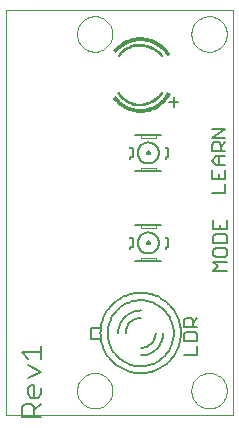
<source format=gto>
G75*
%MOIN*%
%OFA0B0*%
%FSLAX24Y24*%
%IPPOS*%
%LPD*%
%AMOC8*
5,1,8,0,0,1.08239X$1,22.5*
%
%ADD10C,0.0000*%
%ADD11C,0.0060*%
%ADD12C,0.0006*%
%ADD13C,0.0010*%
%ADD14C,0.0050*%
%ADD15C,0.0020*%
D10*
X000147Y000177D02*
X000147Y013680D01*
X007730Y013680D01*
X007730Y000177D01*
X000147Y000177D01*
X002523Y001002D02*
X002525Y001050D01*
X002531Y001098D01*
X002541Y001145D01*
X002554Y001191D01*
X002572Y001236D01*
X002592Y001280D01*
X002617Y001322D01*
X002645Y001361D01*
X002675Y001398D01*
X002709Y001432D01*
X002746Y001464D01*
X002784Y001493D01*
X002825Y001518D01*
X002868Y001540D01*
X002913Y001558D01*
X002959Y001572D01*
X003006Y001583D01*
X003054Y001590D01*
X003102Y001593D01*
X003150Y001592D01*
X003198Y001587D01*
X003246Y001578D01*
X003292Y001566D01*
X003337Y001549D01*
X003381Y001529D01*
X003423Y001506D01*
X003463Y001479D01*
X003501Y001449D01*
X003536Y001416D01*
X003568Y001380D01*
X003598Y001342D01*
X003624Y001301D01*
X003646Y001258D01*
X003666Y001214D01*
X003681Y001169D01*
X003693Y001122D01*
X003701Y001074D01*
X003705Y001026D01*
X003705Y000978D01*
X003701Y000930D01*
X003693Y000882D01*
X003681Y000835D01*
X003666Y000790D01*
X003646Y000746D01*
X003624Y000703D01*
X003598Y000662D01*
X003568Y000624D01*
X003536Y000588D01*
X003501Y000555D01*
X003463Y000525D01*
X003423Y000498D01*
X003381Y000475D01*
X003337Y000455D01*
X003292Y000438D01*
X003246Y000426D01*
X003198Y000417D01*
X003150Y000412D01*
X003102Y000411D01*
X003054Y000414D01*
X003006Y000421D01*
X002959Y000432D01*
X002913Y000446D01*
X002868Y000464D01*
X002825Y000486D01*
X002784Y000511D01*
X002746Y000540D01*
X002709Y000572D01*
X002675Y000606D01*
X002645Y000643D01*
X002617Y000682D01*
X002592Y000724D01*
X002572Y000768D01*
X002554Y000813D01*
X002541Y000859D01*
X002531Y000906D01*
X002525Y000954D01*
X002523Y001002D01*
X006335Y001002D02*
X006337Y001050D01*
X006343Y001098D01*
X006353Y001145D01*
X006366Y001191D01*
X006384Y001236D01*
X006404Y001280D01*
X006429Y001322D01*
X006457Y001361D01*
X006487Y001398D01*
X006521Y001432D01*
X006558Y001464D01*
X006596Y001493D01*
X006637Y001518D01*
X006680Y001540D01*
X006725Y001558D01*
X006771Y001572D01*
X006818Y001583D01*
X006866Y001590D01*
X006914Y001593D01*
X006962Y001592D01*
X007010Y001587D01*
X007058Y001578D01*
X007104Y001566D01*
X007149Y001549D01*
X007193Y001529D01*
X007235Y001506D01*
X007275Y001479D01*
X007313Y001449D01*
X007348Y001416D01*
X007380Y001380D01*
X007410Y001342D01*
X007436Y001301D01*
X007458Y001258D01*
X007478Y001214D01*
X007493Y001169D01*
X007505Y001122D01*
X007513Y001074D01*
X007517Y001026D01*
X007517Y000978D01*
X007513Y000930D01*
X007505Y000882D01*
X007493Y000835D01*
X007478Y000790D01*
X007458Y000746D01*
X007436Y000703D01*
X007410Y000662D01*
X007380Y000624D01*
X007348Y000588D01*
X007313Y000555D01*
X007275Y000525D01*
X007235Y000498D01*
X007193Y000475D01*
X007149Y000455D01*
X007104Y000438D01*
X007058Y000426D01*
X007010Y000417D01*
X006962Y000412D01*
X006914Y000411D01*
X006866Y000414D01*
X006818Y000421D01*
X006771Y000432D01*
X006725Y000446D01*
X006680Y000464D01*
X006637Y000486D01*
X006596Y000511D01*
X006558Y000540D01*
X006521Y000572D01*
X006487Y000606D01*
X006457Y000643D01*
X006429Y000682D01*
X006404Y000724D01*
X006384Y000768D01*
X006366Y000813D01*
X006353Y000859D01*
X006343Y000906D01*
X006337Y000954D01*
X006335Y001002D01*
X006335Y012893D02*
X006337Y012941D01*
X006343Y012989D01*
X006353Y013036D01*
X006366Y013082D01*
X006384Y013127D01*
X006404Y013171D01*
X006429Y013213D01*
X006457Y013252D01*
X006487Y013289D01*
X006521Y013323D01*
X006558Y013355D01*
X006596Y013384D01*
X006637Y013409D01*
X006680Y013431D01*
X006725Y013449D01*
X006771Y013463D01*
X006818Y013474D01*
X006866Y013481D01*
X006914Y013484D01*
X006962Y013483D01*
X007010Y013478D01*
X007058Y013469D01*
X007104Y013457D01*
X007149Y013440D01*
X007193Y013420D01*
X007235Y013397D01*
X007275Y013370D01*
X007313Y013340D01*
X007348Y013307D01*
X007380Y013271D01*
X007410Y013233D01*
X007436Y013192D01*
X007458Y013149D01*
X007478Y013105D01*
X007493Y013060D01*
X007505Y013013D01*
X007513Y012965D01*
X007517Y012917D01*
X007517Y012869D01*
X007513Y012821D01*
X007505Y012773D01*
X007493Y012726D01*
X007478Y012681D01*
X007458Y012637D01*
X007436Y012594D01*
X007410Y012553D01*
X007380Y012515D01*
X007348Y012479D01*
X007313Y012446D01*
X007275Y012416D01*
X007235Y012389D01*
X007193Y012366D01*
X007149Y012346D01*
X007104Y012329D01*
X007058Y012317D01*
X007010Y012308D01*
X006962Y012303D01*
X006914Y012302D01*
X006866Y012305D01*
X006818Y012312D01*
X006771Y012323D01*
X006725Y012337D01*
X006680Y012355D01*
X006637Y012377D01*
X006596Y012402D01*
X006558Y012431D01*
X006521Y012463D01*
X006487Y012497D01*
X006457Y012534D01*
X006429Y012573D01*
X006404Y012615D01*
X006384Y012659D01*
X006366Y012704D01*
X006353Y012750D01*
X006343Y012797D01*
X006337Y012845D01*
X006335Y012893D01*
X002523Y012893D02*
X002525Y012941D01*
X002531Y012989D01*
X002541Y013036D01*
X002554Y013082D01*
X002572Y013127D01*
X002592Y013171D01*
X002617Y013213D01*
X002645Y013252D01*
X002675Y013289D01*
X002709Y013323D01*
X002746Y013355D01*
X002784Y013384D01*
X002825Y013409D01*
X002868Y013431D01*
X002913Y013449D01*
X002959Y013463D01*
X003006Y013474D01*
X003054Y013481D01*
X003102Y013484D01*
X003150Y013483D01*
X003198Y013478D01*
X003246Y013469D01*
X003292Y013457D01*
X003337Y013440D01*
X003381Y013420D01*
X003423Y013397D01*
X003463Y013370D01*
X003501Y013340D01*
X003536Y013307D01*
X003568Y013271D01*
X003598Y013233D01*
X003624Y013192D01*
X003646Y013149D01*
X003666Y013105D01*
X003681Y013060D01*
X003693Y013013D01*
X003701Y012965D01*
X003705Y012917D01*
X003705Y012869D01*
X003701Y012821D01*
X003693Y012773D01*
X003681Y012726D01*
X003666Y012681D01*
X003646Y012637D01*
X003624Y012594D01*
X003598Y012553D01*
X003568Y012515D01*
X003536Y012479D01*
X003501Y012446D01*
X003463Y012416D01*
X003423Y012389D01*
X003381Y012366D01*
X003337Y012346D01*
X003292Y012329D01*
X003246Y012317D01*
X003198Y012308D01*
X003150Y012303D01*
X003102Y012302D01*
X003054Y012305D01*
X003006Y012312D01*
X002959Y012323D01*
X002913Y012337D01*
X002868Y012355D01*
X002825Y012377D01*
X002784Y012402D01*
X002746Y012431D01*
X002709Y012463D01*
X002675Y012497D01*
X002645Y012534D01*
X002617Y012573D01*
X002592Y012615D01*
X002572Y012659D01*
X002554Y012704D01*
X002541Y012750D01*
X002531Y012797D01*
X002525Y012845D01*
X002523Y012893D01*
D11*
X004472Y009527D02*
X004672Y009527D01*
X005147Y009527D01*
X005322Y009527D01*
X005497Y009127D02*
X005497Y009077D01*
X005547Y009077D01*
X005547Y008777D01*
X005497Y008777D01*
X005497Y008727D01*
X005322Y008327D02*
X005147Y008327D01*
X004647Y008327D01*
X004472Y008327D01*
X004297Y008727D02*
X004297Y008777D01*
X004382Y008777D01*
X004382Y009077D01*
X004297Y009077D01*
X004297Y009127D01*
X004847Y008927D02*
X004849Y008940D01*
X004854Y008953D01*
X004863Y008964D01*
X004874Y008971D01*
X004887Y008976D01*
X004900Y008977D01*
X004914Y008974D01*
X004926Y008968D01*
X004936Y008959D01*
X004943Y008947D01*
X004947Y008934D01*
X004947Y008920D01*
X004943Y008907D01*
X004936Y008895D01*
X004926Y008886D01*
X004914Y008880D01*
X004900Y008877D01*
X004887Y008878D01*
X004874Y008883D01*
X004863Y008890D01*
X004854Y008901D01*
X004849Y008914D01*
X004847Y008927D01*
X004547Y008927D02*
X004549Y008964D01*
X004555Y009001D01*
X004565Y009037D01*
X004578Y009072D01*
X004595Y009105D01*
X004616Y009136D01*
X004640Y009164D01*
X004667Y009190D01*
X004696Y009213D01*
X004727Y009233D01*
X004761Y009249D01*
X004796Y009262D01*
X004832Y009271D01*
X004869Y009276D01*
X004906Y009277D01*
X004943Y009274D01*
X004980Y009267D01*
X005016Y009256D01*
X005050Y009242D01*
X005083Y009224D01*
X005113Y009202D01*
X005141Y009178D01*
X005166Y009150D01*
X005189Y009120D01*
X005208Y009088D01*
X005223Y009054D01*
X005235Y009019D01*
X005243Y008983D01*
X005247Y008946D01*
X005247Y008908D01*
X005243Y008871D01*
X005235Y008835D01*
X005223Y008800D01*
X005208Y008766D01*
X005189Y008734D01*
X005166Y008704D01*
X005141Y008676D01*
X005113Y008652D01*
X005083Y008630D01*
X005050Y008612D01*
X005016Y008598D01*
X004980Y008587D01*
X004943Y008580D01*
X004906Y008577D01*
X004869Y008578D01*
X004832Y008583D01*
X004796Y008592D01*
X004761Y008605D01*
X004727Y008621D01*
X004696Y008641D01*
X004667Y008664D01*
X004640Y008690D01*
X004616Y008718D01*
X004595Y008749D01*
X004578Y008782D01*
X004565Y008817D01*
X004555Y008853D01*
X004549Y008890D01*
X004547Y008927D01*
X004472Y006527D02*
X004672Y006527D01*
X005147Y006527D01*
X005322Y006527D01*
X005497Y006127D02*
X005497Y006077D01*
X005547Y006077D01*
X005547Y005777D01*
X005497Y005777D01*
X005497Y005727D01*
X005322Y005327D02*
X005147Y005327D01*
X004647Y005327D01*
X004472Y005327D01*
X004297Y005727D02*
X004297Y005777D01*
X004382Y005777D01*
X004382Y006077D01*
X004297Y006077D01*
X004297Y006127D01*
X004847Y005927D02*
X004849Y005940D01*
X004854Y005953D01*
X004863Y005964D01*
X004874Y005971D01*
X004887Y005976D01*
X004900Y005977D01*
X004914Y005974D01*
X004926Y005968D01*
X004936Y005959D01*
X004943Y005947D01*
X004947Y005934D01*
X004947Y005920D01*
X004943Y005907D01*
X004936Y005895D01*
X004926Y005886D01*
X004914Y005880D01*
X004900Y005877D01*
X004887Y005878D01*
X004874Y005883D01*
X004863Y005890D01*
X004854Y005901D01*
X004849Y005914D01*
X004847Y005927D01*
X004547Y005927D02*
X004549Y005964D01*
X004555Y006001D01*
X004565Y006037D01*
X004578Y006072D01*
X004595Y006105D01*
X004616Y006136D01*
X004640Y006164D01*
X004667Y006190D01*
X004696Y006213D01*
X004727Y006233D01*
X004761Y006249D01*
X004796Y006262D01*
X004832Y006271D01*
X004869Y006276D01*
X004906Y006277D01*
X004943Y006274D01*
X004980Y006267D01*
X005016Y006256D01*
X005050Y006242D01*
X005083Y006224D01*
X005113Y006202D01*
X005141Y006178D01*
X005166Y006150D01*
X005189Y006120D01*
X005208Y006088D01*
X005223Y006054D01*
X005235Y006019D01*
X005243Y005983D01*
X005247Y005946D01*
X005247Y005908D01*
X005243Y005871D01*
X005235Y005835D01*
X005223Y005800D01*
X005208Y005766D01*
X005189Y005734D01*
X005166Y005704D01*
X005141Y005676D01*
X005113Y005652D01*
X005083Y005630D01*
X005050Y005612D01*
X005016Y005598D01*
X004980Y005587D01*
X004943Y005580D01*
X004906Y005577D01*
X004869Y005578D01*
X004832Y005583D01*
X004796Y005592D01*
X004761Y005605D01*
X004727Y005621D01*
X004696Y005641D01*
X004667Y005664D01*
X004640Y005690D01*
X004616Y005718D01*
X004595Y005749D01*
X004578Y005782D01*
X004565Y005817D01*
X004555Y005853D01*
X004549Y005890D01*
X004547Y005927D01*
X003317Y003107D02*
X002997Y003107D01*
X002997Y002737D01*
X003327Y002737D01*
X003547Y002917D02*
X003549Y002983D01*
X003555Y003048D01*
X003565Y003113D01*
X003578Y003178D01*
X003596Y003241D01*
X003617Y003304D01*
X003642Y003364D01*
X003671Y003424D01*
X003703Y003481D01*
X003738Y003537D01*
X003777Y003590D01*
X003819Y003641D01*
X003863Y003689D01*
X003911Y003734D01*
X003961Y003777D01*
X004014Y003816D01*
X004069Y003853D01*
X004126Y003886D01*
X004185Y003915D01*
X004245Y003941D01*
X004307Y003963D01*
X004370Y003982D01*
X004434Y003996D01*
X004499Y004007D01*
X004565Y004014D01*
X004631Y004017D01*
X004696Y004016D01*
X004762Y004011D01*
X004827Y004002D01*
X004892Y003989D01*
X004955Y003973D01*
X005018Y003953D01*
X005079Y003928D01*
X005139Y003901D01*
X005197Y003870D01*
X005253Y003835D01*
X005307Y003797D01*
X005358Y003756D01*
X005407Y003712D01*
X005453Y003665D01*
X005497Y003616D01*
X005537Y003564D01*
X005574Y003509D01*
X005608Y003453D01*
X005638Y003394D01*
X005665Y003334D01*
X005688Y003273D01*
X005707Y003210D01*
X005723Y003146D01*
X005735Y003081D01*
X005743Y003016D01*
X005747Y002950D01*
X005747Y002884D01*
X005743Y002818D01*
X005735Y002753D01*
X005723Y002688D01*
X005707Y002624D01*
X005688Y002561D01*
X005665Y002500D01*
X005638Y002440D01*
X005608Y002381D01*
X005574Y002325D01*
X005537Y002270D01*
X005497Y002218D01*
X005453Y002169D01*
X005407Y002122D01*
X005358Y002078D01*
X005307Y002037D01*
X005253Y001999D01*
X005197Y001964D01*
X005139Y001933D01*
X005079Y001906D01*
X005018Y001881D01*
X004955Y001861D01*
X004892Y001845D01*
X004827Y001832D01*
X004762Y001823D01*
X004696Y001818D01*
X004631Y001817D01*
X004565Y001820D01*
X004499Y001827D01*
X004434Y001838D01*
X004370Y001852D01*
X004307Y001871D01*
X004245Y001893D01*
X004185Y001919D01*
X004126Y001948D01*
X004069Y001981D01*
X004014Y002018D01*
X003961Y002057D01*
X003911Y002100D01*
X003863Y002145D01*
X003819Y002193D01*
X003777Y002244D01*
X003738Y002297D01*
X003703Y002353D01*
X003671Y002410D01*
X003642Y002470D01*
X003617Y002530D01*
X003596Y002593D01*
X003578Y002656D01*
X003565Y002721D01*
X003555Y002786D01*
X003549Y002851D01*
X003547Y002917D01*
X003307Y002927D02*
X003309Y003000D01*
X003315Y003072D01*
X003325Y003144D01*
X003338Y003215D01*
X003356Y003285D01*
X003377Y003355D01*
X003402Y003423D01*
X003431Y003490D01*
X003463Y003555D01*
X003499Y003618D01*
X003538Y003679D01*
X003580Y003738D01*
X003626Y003794D01*
X003674Y003849D01*
X003725Y003900D01*
X003780Y003948D01*
X003836Y003994D01*
X003895Y004036D01*
X003956Y004075D01*
X004019Y004111D01*
X004084Y004143D01*
X004151Y004172D01*
X004219Y004197D01*
X004289Y004218D01*
X004359Y004236D01*
X004430Y004249D01*
X004502Y004259D01*
X004574Y004265D01*
X004647Y004267D01*
X004720Y004265D01*
X004792Y004259D01*
X004864Y004249D01*
X004935Y004236D01*
X005005Y004218D01*
X005075Y004197D01*
X005143Y004172D01*
X005210Y004143D01*
X005275Y004111D01*
X005338Y004075D01*
X005399Y004036D01*
X005458Y003994D01*
X005514Y003948D01*
X005569Y003900D01*
X005620Y003849D01*
X005668Y003794D01*
X005714Y003738D01*
X005756Y003679D01*
X005795Y003618D01*
X005831Y003555D01*
X005863Y003490D01*
X005892Y003423D01*
X005917Y003355D01*
X005938Y003285D01*
X005956Y003215D01*
X005969Y003144D01*
X005979Y003072D01*
X005985Y003000D01*
X005987Y002927D01*
X005985Y002854D01*
X005979Y002782D01*
X005969Y002710D01*
X005956Y002639D01*
X005938Y002569D01*
X005917Y002499D01*
X005892Y002431D01*
X005863Y002364D01*
X005831Y002299D01*
X005795Y002236D01*
X005756Y002175D01*
X005714Y002116D01*
X005668Y002060D01*
X005620Y002005D01*
X005569Y001954D01*
X005514Y001906D01*
X005458Y001860D01*
X005399Y001818D01*
X005338Y001779D01*
X005275Y001743D01*
X005210Y001711D01*
X005143Y001682D01*
X005075Y001657D01*
X005005Y001636D01*
X004935Y001618D01*
X004864Y001605D01*
X004792Y001595D01*
X004720Y001589D01*
X004647Y001587D01*
X004574Y001589D01*
X004502Y001595D01*
X004430Y001605D01*
X004359Y001618D01*
X004289Y001636D01*
X004219Y001657D01*
X004151Y001682D01*
X004084Y001711D01*
X004019Y001743D01*
X003956Y001779D01*
X003895Y001818D01*
X003836Y001860D01*
X003780Y001906D01*
X003725Y001954D01*
X003674Y002005D01*
X003626Y002060D01*
X003580Y002116D01*
X003538Y002175D01*
X003499Y002236D01*
X003463Y002299D01*
X003431Y002364D01*
X003402Y002431D01*
X003377Y002499D01*
X003356Y002569D01*
X003338Y002639D01*
X003325Y002710D01*
X003315Y002782D01*
X003309Y002854D01*
X003307Y002927D01*
X004647Y002177D02*
X004701Y002179D01*
X004754Y002185D01*
X004806Y002194D01*
X004858Y002207D01*
X004909Y002224D01*
X004959Y002245D01*
X005006Y002269D01*
X005052Y002296D01*
X005096Y002327D01*
X005138Y002360D01*
X005177Y002397D01*
X005214Y002436D01*
X005247Y002478D01*
X005278Y002522D01*
X005305Y002568D01*
X005329Y002615D01*
X005350Y002665D01*
X005367Y002716D01*
X005380Y002768D01*
X005389Y002820D01*
X005395Y002873D01*
X005397Y002927D01*
X005147Y002927D02*
X005145Y002883D01*
X005139Y002840D01*
X005130Y002798D01*
X005117Y002756D01*
X005100Y002716D01*
X005080Y002677D01*
X005057Y002640D01*
X005030Y002606D01*
X005001Y002573D01*
X004968Y002544D01*
X004934Y002517D01*
X004897Y002494D01*
X004858Y002474D01*
X004818Y002457D01*
X004776Y002444D01*
X004734Y002435D01*
X004691Y002429D01*
X004647Y002427D01*
X004147Y002927D02*
X004149Y002971D01*
X004155Y003014D01*
X004164Y003056D01*
X004177Y003098D01*
X004194Y003138D01*
X004214Y003177D01*
X004237Y003214D01*
X004264Y003248D01*
X004293Y003281D01*
X004326Y003310D01*
X004360Y003337D01*
X004397Y003360D01*
X004436Y003380D01*
X004476Y003397D01*
X004518Y003410D01*
X004560Y003419D01*
X004603Y003425D01*
X004647Y003427D01*
X004647Y003677D02*
X004593Y003675D01*
X004540Y003669D01*
X004488Y003660D01*
X004436Y003647D01*
X004385Y003630D01*
X004335Y003609D01*
X004288Y003585D01*
X004242Y003558D01*
X004198Y003527D01*
X004156Y003494D01*
X004117Y003457D01*
X004080Y003418D01*
X004047Y003376D01*
X004016Y003332D01*
X003989Y003286D01*
X003965Y003239D01*
X003944Y003189D01*
X003927Y003138D01*
X003914Y003086D01*
X003905Y003034D01*
X003899Y002981D01*
X003897Y002927D01*
X001317Y002490D02*
X001317Y002063D01*
X001317Y002276D02*
X000677Y002276D01*
X000890Y002063D01*
X000890Y001845D02*
X001317Y001632D01*
X000890Y001418D01*
X000997Y001201D02*
X001104Y001201D01*
X001104Y000774D01*
X001210Y000774D02*
X000997Y000774D01*
X000890Y000880D01*
X000890Y001094D01*
X000997Y001201D01*
X001317Y000880D02*
X001210Y000774D01*
X001317Y000880D02*
X001317Y001094D01*
X001317Y000556D02*
X001104Y000343D01*
X001104Y000449D02*
X001104Y000129D01*
X001317Y000129D02*
X000677Y000129D01*
X000677Y000449D01*
X000783Y000556D01*
X000997Y000556D01*
X001104Y000449D01*
D12*
X003862Y010938D02*
X003908Y010966D01*
X003908Y010965D02*
X003939Y010918D01*
X003973Y010873D01*
X004010Y010831D01*
X004050Y010791D01*
X004092Y010753D01*
X004137Y010719D01*
X004184Y010688D01*
X004233Y010660D01*
X004284Y010636D01*
X004337Y010614D01*
X004390Y010597D01*
X004445Y010583D01*
X004501Y010573D01*
X004557Y010567D01*
X004553Y010513D01*
X004497Y010519D01*
X004442Y010529D01*
X004387Y010542D01*
X004333Y010558D01*
X004281Y010578D01*
X004230Y010601D01*
X004180Y010628D01*
X004132Y010657D01*
X004087Y010689D01*
X004043Y010724D01*
X004001Y010762D01*
X003962Y010803D01*
X003926Y010845D01*
X003892Y010890D01*
X003862Y010937D01*
X003866Y010940D01*
X003896Y010893D01*
X003930Y010848D01*
X003966Y010806D01*
X004005Y010766D01*
X004046Y010728D01*
X004090Y010693D01*
X004135Y010661D01*
X004183Y010632D01*
X004232Y010606D01*
X004283Y010583D01*
X004335Y010563D01*
X004388Y010547D01*
X004443Y010534D01*
X004498Y010524D01*
X004553Y010518D01*
X004553Y010523D01*
X004498Y010529D01*
X004444Y010538D01*
X004390Y010551D01*
X004337Y010568D01*
X004285Y010587D01*
X004234Y010610D01*
X004185Y010636D01*
X004138Y010665D01*
X004093Y010697D01*
X004049Y010732D01*
X004008Y010769D01*
X003970Y010809D01*
X003934Y010852D01*
X003901Y010896D01*
X003870Y010942D01*
X003874Y010945D01*
X003905Y010899D01*
X003938Y010855D01*
X003973Y010813D01*
X004012Y010773D01*
X004053Y010736D01*
X004096Y010701D01*
X004141Y010670D01*
X004188Y010641D01*
X004236Y010615D01*
X004287Y010592D01*
X004338Y010573D01*
X004391Y010556D01*
X004445Y010543D01*
X004499Y010534D01*
X004554Y010528D01*
X004554Y010533D01*
X004496Y010539D01*
X004438Y010550D01*
X004381Y010564D01*
X004325Y010582D01*
X004271Y010604D01*
X004218Y010630D01*
X004167Y010659D01*
X004118Y010691D01*
X004071Y010727D01*
X004027Y010766D01*
X003985Y010807D01*
X003947Y010852D01*
X003911Y010899D01*
X003879Y010948D01*
X003883Y010950D01*
X003915Y010901D01*
X003950Y010855D01*
X003989Y010811D01*
X004030Y010769D01*
X004074Y010731D01*
X004120Y010696D01*
X004169Y010663D01*
X004220Y010634D01*
X004273Y010609D01*
X004327Y010587D01*
X004382Y010569D01*
X004439Y010555D01*
X004496Y010544D01*
X004555Y010538D01*
X004555Y010543D01*
X004497Y010549D01*
X004440Y010560D01*
X004384Y010574D01*
X004328Y010592D01*
X004275Y010614D01*
X004222Y010639D01*
X004172Y010668D01*
X004123Y010700D01*
X004077Y010735D01*
X004033Y010773D01*
X003992Y010814D01*
X003954Y010858D01*
X003919Y010904D01*
X003887Y010953D01*
X003892Y010955D01*
X003923Y010907D01*
X003958Y010861D01*
X003996Y010818D01*
X004037Y010777D01*
X004080Y010739D01*
X004126Y010704D01*
X004174Y010672D01*
X004225Y010643D01*
X004277Y010618D01*
X004330Y010597D01*
X004385Y010579D01*
X004441Y010565D01*
X004498Y010554D01*
X004555Y010548D01*
X004556Y010553D01*
X004499Y010559D01*
X004442Y010569D01*
X004386Y010583D01*
X004332Y010601D01*
X004279Y010623D01*
X004227Y010648D01*
X004177Y010676D01*
X004129Y010708D01*
X004084Y010743D01*
X004040Y010780D01*
X004000Y010821D01*
X003962Y010864D01*
X003927Y010910D01*
X003896Y010958D01*
X003900Y010961D01*
X003931Y010913D01*
X003966Y010867D01*
X004003Y010824D01*
X004044Y010784D01*
X004087Y010746D01*
X004132Y010712D01*
X004180Y010680D01*
X004229Y010652D01*
X004281Y010627D01*
X004334Y010606D01*
X004388Y010588D01*
X004443Y010574D01*
X004499Y010564D01*
X004556Y010558D01*
X004556Y010563D01*
X004500Y010569D01*
X004444Y010579D01*
X004389Y010593D01*
X004335Y010611D01*
X004283Y010632D01*
X004232Y010657D01*
X004182Y010685D01*
X004135Y010716D01*
X004090Y010750D01*
X004047Y010788D01*
X004007Y010828D01*
X003970Y010871D01*
X003936Y010916D01*
X003904Y010963D01*
X004561Y010514D02*
X004560Y010568D01*
X004561Y010567D02*
X004620Y010569D01*
X004679Y010575D01*
X004738Y010585D01*
X004796Y010598D01*
X004853Y010615D01*
X004909Y010635D01*
X004963Y010659D01*
X005016Y010686D01*
X005068Y010716D01*
X005117Y010749D01*
X005164Y010785D01*
X005209Y010824D01*
X005251Y010866D01*
X005291Y010910D01*
X005328Y010956D01*
X005371Y010925D01*
X005371Y010924D01*
X005332Y010875D01*
X005290Y010829D01*
X005246Y010785D01*
X005198Y010743D01*
X005149Y010705D01*
X005096Y010670D01*
X005042Y010638D01*
X004986Y010610D01*
X004929Y010585D01*
X004870Y010564D01*
X004809Y010546D01*
X004748Y010532D01*
X004686Y010522D01*
X004624Y010516D01*
X004561Y010513D01*
X004561Y010518D01*
X004624Y010521D01*
X004686Y010527D01*
X004747Y010537D01*
X004808Y010551D01*
X004868Y010568D01*
X004927Y010590D01*
X004984Y010614D01*
X005040Y010643D01*
X005094Y010674D01*
X005146Y010709D01*
X005195Y010747D01*
X005242Y010788D01*
X005287Y010832D01*
X005329Y010878D01*
X005367Y010927D01*
X005363Y010930D01*
X005325Y010882D01*
X005283Y010835D01*
X005239Y010792D01*
X005192Y010751D01*
X005143Y010713D01*
X005091Y010679D01*
X005038Y010647D01*
X004982Y010619D01*
X004925Y010594D01*
X004867Y010573D01*
X004807Y010556D01*
X004746Y010542D01*
X004685Y010532D01*
X004623Y010526D01*
X004561Y010523D01*
X004561Y010528D01*
X004623Y010530D01*
X004684Y010537D01*
X004745Y010547D01*
X004806Y010560D01*
X004865Y010578D01*
X004923Y010599D01*
X004980Y010623D01*
X005035Y010651D01*
X005088Y010683D01*
X005140Y010717D01*
X005189Y010755D01*
X005236Y010796D01*
X005280Y010839D01*
X005321Y010885D01*
X005359Y010933D01*
X005355Y010936D01*
X005317Y010888D01*
X005276Y010842D01*
X005232Y010799D01*
X005186Y010759D01*
X005137Y010721D01*
X005086Y010687D01*
X005033Y010656D01*
X004978Y010628D01*
X004921Y010604D01*
X004864Y010583D01*
X004804Y010565D01*
X004744Y010552D01*
X004684Y010542D01*
X004623Y010535D01*
X004561Y010533D01*
X004561Y010538D01*
X004622Y010540D01*
X004683Y010547D01*
X004744Y010557D01*
X004803Y010570D01*
X004862Y010587D01*
X004920Y010608D01*
X004976Y010633D01*
X005030Y010660D01*
X005083Y010691D01*
X005134Y010725D01*
X005182Y010763D01*
X005229Y010803D01*
X005272Y010846D01*
X005313Y010891D01*
X005351Y010939D01*
X005347Y010942D01*
X005309Y010894D01*
X005269Y010849D01*
X005225Y010806D01*
X005179Y010767D01*
X005131Y010729D01*
X005080Y010695D01*
X005028Y010665D01*
X004974Y010637D01*
X004918Y010613D01*
X004860Y010592D01*
X004802Y010575D01*
X004743Y010561D01*
X004682Y010552D01*
X004622Y010545D01*
X004561Y010543D01*
X004561Y010548D01*
X004622Y010550D01*
X004682Y010557D01*
X004742Y010566D01*
X004801Y010580D01*
X004859Y010597D01*
X004916Y010618D01*
X004971Y010642D01*
X005026Y010669D01*
X005078Y010700D01*
X005128Y010734D01*
X005176Y010770D01*
X005222Y010810D01*
X005265Y010853D01*
X005306Y010898D01*
X005343Y010945D01*
X005339Y010948D01*
X005302Y010901D01*
X005262Y010856D01*
X005219Y010814D01*
X005173Y010774D01*
X005125Y010738D01*
X005075Y010704D01*
X005023Y010673D01*
X004969Y010646D01*
X004914Y010622D01*
X004857Y010602D01*
X004799Y010585D01*
X004741Y010571D01*
X004681Y010562D01*
X004621Y010555D01*
X004561Y010553D01*
X004561Y010558D01*
X004621Y010560D01*
X004681Y010566D01*
X004740Y010576D01*
X004798Y010590D01*
X004856Y010606D01*
X004912Y010627D01*
X004967Y010651D01*
X005021Y010678D01*
X005072Y010708D01*
X005122Y010742D01*
X005170Y010778D01*
X005215Y010817D01*
X005258Y010860D01*
X005298Y010904D01*
X005335Y010951D01*
X005331Y010954D01*
X005294Y010907D01*
X005254Y010863D01*
X005212Y010821D01*
X005167Y010782D01*
X005119Y010746D01*
X005070Y010712D01*
X005018Y010682D01*
X004965Y010655D01*
X004910Y010631D01*
X004854Y010611D01*
X004797Y010594D01*
X004739Y010581D01*
X004680Y010571D01*
X004620Y010565D01*
X004561Y010563D01*
X005363Y012190D02*
X005322Y012155D01*
X005322Y012156D02*
X005283Y012200D01*
X005241Y012241D01*
X005197Y012280D01*
X005151Y012316D01*
X005102Y012349D01*
X005052Y012380D01*
X005000Y012407D01*
X004946Y012431D01*
X004891Y012451D01*
X004835Y012469D01*
X004778Y012483D01*
X004720Y012493D01*
X004662Y012500D01*
X004603Y012504D01*
X004544Y012504D01*
X004543Y012557D01*
X004542Y012557D01*
X004604Y012558D01*
X004666Y012554D01*
X004728Y012547D01*
X004789Y012536D01*
X004849Y012521D01*
X004909Y012502D01*
X004967Y012481D01*
X005023Y012455D01*
X005078Y012427D01*
X005132Y012395D01*
X005183Y012360D01*
X005232Y012321D01*
X005278Y012280D01*
X005322Y012237D01*
X005364Y012190D01*
X005360Y012187D01*
X005319Y012233D01*
X005275Y012277D01*
X005229Y012318D01*
X005180Y012356D01*
X005129Y012390D01*
X005076Y012422D01*
X005021Y012451D01*
X004965Y012476D01*
X004907Y012498D01*
X004848Y012516D01*
X004788Y012531D01*
X004727Y012542D01*
X004666Y012549D01*
X004604Y012553D01*
X004542Y012552D01*
X004543Y012547D01*
X004604Y012548D01*
X004665Y012544D01*
X004726Y012537D01*
X004787Y012526D01*
X004847Y012511D01*
X004905Y012493D01*
X004963Y012471D01*
X005019Y012446D01*
X005073Y012418D01*
X005126Y012386D01*
X005177Y012352D01*
X005225Y012314D01*
X005272Y012273D01*
X005315Y012230D01*
X005356Y012184D01*
X005352Y012181D01*
X005311Y012226D01*
X005268Y012270D01*
X005222Y012310D01*
X005174Y012347D01*
X005123Y012382D01*
X005071Y012414D01*
X005017Y012442D01*
X004961Y012467D01*
X004904Y012488D01*
X004845Y012506D01*
X004786Y012521D01*
X004726Y012532D01*
X004665Y012539D01*
X004604Y012543D01*
X004543Y012542D01*
X004543Y012537D01*
X004604Y012538D01*
X004665Y012534D01*
X004725Y012527D01*
X004785Y012516D01*
X004844Y012502D01*
X004902Y012484D01*
X004959Y012462D01*
X005015Y012437D01*
X005069Y012409D01*
X005121Y012378D01*
X005171Y012343D01*
X005219Y012306D01*
X005265Y012266D01*
X005308Y012223D01*
X005348Y012178D01*
X005345Y012174D01*
X005304Y012220D01*
X005261Y012262D01*
X005216Y012302D01*
X005168Y012339D01*
X005118Y012374D01*
X005066Y012405D01*
X005012Y012433D01*
X004957Y012457D01*
X004901Y012479D01*
X004843Y012497D01*
X004784Y012511D01*
X004724Y012522D01*
X004664Y012529D01*
X004604Y012533D01*
X004543Y012532D01*
X004543Y012527D01*
X004604Y012528D01*
X004664Y012524D01*
X004724Y012517D01*
X004783Y012506D01*
X004841Y012492D01*
X004899Y012474D01*
X004955Y012453D01*
X005010Y012428D01*
X005064Y012400D01*
X005115Y012369D01*
X005165Y012335D01*
X005213Y012298D01*
X005258Y012259D01*
X005301Y012216D01*
X005341Y012171D01*
X005337Y012168D01*
X005297Y012213D01*
X005254Y012255D01*
X005209Y012295D01*
X005162Y012331D01*
X005113Y012365D01*
X005061Y012396D01*
X005008Y012424D01*
X004953Y012448D01*
X004897Y012469D01*
X004840Y012487D01*
X004782Y012501D01*
X004723Y012512D01*
X004663Y012519D01*
X004603Y012523D01*
X004544Y012523D01*
X004544Y012518D01*
X004603Y012518D01*
X004663Y012514D01*
X004722Y012507D01*
X004781Y012496D01*
X004839Y012482D01*
X004896Y012465D01*
X004951Y012444D01*
X005006Y012419D01*
X005059Y012392D01*
X005110Y012361D01*
X005159Y012327D01*
X005206Y012291D01*
X005251Y012251D01*
X005293Y012209D01*
X005333Y012165D01*
X005329Y012162D01*
X005290Y012206D01*
X005248Y012248D01*
X005203Y012287D01*
X005156Y012323D01*
X005107Y012357D01*
X005056Y012387D01*
X005004Y012415D01*
X004950Y012439D01*
X004894Y012460D01*
X004837Y012477D01*
X004780Y012491D01*
X004721Y012502D01*
X004662Y012509D01*
X004603Y012513D01*
X004544Y012513D01*
X004544Y012508D01*
X004603Y012508D01*
X004662Y012504D01*
X004721Y012497D01*
X004779Y012487D01*
X004836Y012473D01*
X004892Y012455D01*
X004948Y012434D01*
X005002Y012410D01*
X005054Y012383D01*
X005105Y012353D01*
X005153Y012319D01*
X005200Y012283D01*
X005244Y012244D01*
X005286Y012202D01*
X005325Y012158D01*
X004536Y012557D02*
X004539Y012503D01*
X004539Y012504D02*
X004483Y012498D01*
X004427Y012489D01*
X004373Y012476D01*
X004319Y012459D01*
X004266Y012439D01*
X004216Y012415D01*
X004166Y012387D01*
X004119Y012357D01*
X004074Y012323D01*
X004032Y012285D01*
X003992Y012246D01*
X003956Y012203D01*
X003922Y012158D01*
X003878Y012188D01*
X003877Y012189D01*
X003911Y012233D01*
X003947Y012276D01*
X003986Y012316D01*
X004027Y012353D01*
X004071Y012388D01*
X004117Y012420D01*
X004164Y012449D01*
X004214Y012474D01*
X004265Y012497D01*
X004317Y012516D01*
X004371Y012532D01*
X004425Y012544D01*
X004480Y012552D01*
X004536Y012557D01*
X004536Y012552D01*
X004481Y012547D01*
X004426Y012539D01*
X004372Y012527D01*
X004319Y012511D01*
X004267Y012492D01*
X004216Y012470D01*
X004167Y012444D01*
X004119Y012416D01*
X004074Y012384D01*
X004030Y012350D01*
X003989Y012312D01*
X003951Y012273D01*
X003915Y012230D01*
X003882Y012186D01*
X003886Y012183D01*
X003919Y012227D01*
X003954Y012269D01*
X003993Y012309D01*
X004034Y012346D01*
X004077Y012380D01*
X004122Y012412D01*
X004169Y012440D01*
X004218Y012465D01*
X004269Y012488D01*
X004320Y012506D01*
X004373Y012522D01*
X004427Y012534D01*
X004482Y012542D01*
X004536Y012548D01*
X004537Y012543D01*
X004482Y012538D01*
X004428Y012529D01*
X004375Y012517D01*
X004322Y012502D01*
X004270Y012483D01*
X004220Y012461D01*
X004172Y012436D01*
X004125Y012407D01*
X004080Y012376D01*
X004037Y012342D01*
X003996Y012305D01*
X003958Y012266D01*
X003923Y012224D01*
X003890Y012180D01*
X003894Y012177D01*
X003926Y012221D01*
X003962Y012262D01*
X004000Y012302D01*
X004040Y012338D01*
X004083Y012372D01*
X004127Y012403D01*
X004174Y012431D01*
X004222Y012456D01*
X004272Y012478D01*
X004324Y012497D01*
X004376Y012512D01*
X004429Y012524D01*
X004483Y012533D01*
X004537Y012538D01*
X004537Y012533D01*
X004483Y012528D01*
X004430Y012519D01*
X004377Y012507D01*
X004325Y012492D01*
X004274Y012474D01*
X004225Y012452D01*
X004177Y012427D01*
X004130Y012399D01*
X004086Y012368D01*
X004043Y012334D01*
X004003Y012298D01*
X003965Y012259D01*
X003930Y012218D01*
X003898Y012174D01*
X003902Y012172D01*
X003934Y012215D01*
X003969Y012256D01*
X004007Y012294D01*
X004047Y012331D01*
X004089Y012364D01*
X004133Y012395D01*
X004179Y012423D01*
X004227Y012447D01*
X004276Y012469D01*
X004327Y012487D01*
X004378Y012502D01*
X004431Y012514D01*
X004484Y012523D01*
X004538Y012528D01*
X004538Y012523D01*
X004485Y012518D01*
X004432Y012509D01*
X004380Y012498D01*
X004328Y012483D01*
X004278Y012464D01*
X004229Y012443D01*
X004181Y012418D01*
X004136Y012391D01*
X004092Y012360D01*
X004050Y012327D01*
X004010Y012291D01*
X003973Y012252D01*
X003938Y012212D01*
X003906Y012169D01*
X003910Y012166D01*
X003942Y012209D01*
X003977Y012249D01*
X004014Y012287D01*
X004053Y012323D01*
X004095Y012356D01*
X004138Y012386D01*
X004184Y012414D01*
X004231Y012438D01*
X004280Y012460D01*
X004330Y012478D01*
X004381Y012493D01*
X004433Y012504D01*
X004485Y012513D01*
X004538Y012518D01*
X004538Y012513D01*
X004482Y012507D01*
X004426Y012498D01*
X004370Y012485D01*
X004316Y012468D01*
X004263Y012447D01*
X004211Y012423D01*
X004162Y012395D01*
X004114Y012364D01*
X004069Y012329D01*
X004026Y012292D01*
X003986Y012252D01*
X003949Y012209D01*
X003914Y012163D01*
X003919Y012160D01*
X003952Y012205D01*
X003989Y012248D01*
X004029Y012288D01*
X004072Y012326D01*
X004117Y012360D01*
X004164Y012391D01*
X004214Y012418D01*
X004265Y012443D01*
X004318Y012463D01*
X004372Y012480D01*
X004427Y012493D01*
X004482Y012502D01*
X004539Y012508D01*
D13*
X005601Y012226D02*
X005524Y012180D01*
X005524Y012181D02*
X005489Y012235D01*
X005452Y012287D01*
X005411Y012336D01*
X005367Y012383D01*
X005320Y012427D01*
X005271Y012468D01*
X005219Y012506D01*
X005165Y012541D01*
X005109Y012572D01*
X005052Y012600D01*
X004992Y012624D01*
X004931Y012645D01*
X004870Y012662D01*
X004807Y012675D01*
X004743Y012684D01*
X004679Y012690D01*
X004615Y012691D01*
X004614Y012780D01*
X004614Y012781D01*
X004680Y012780D01*
X004745Y012775D01*
X004811Y012766D01*
X004875Y012753D01*
X004939Y012737D01*
X005002Y012717D01*
X005063Y012693D01*
X005123Y012666D01*
X005182Y012635D01*
X005238Y012602D01*
X005293Y012564D01*
X005345Y012524D01*
X005395Y012481D01*
X005442Y012435D01*
X005486Y012386D01*
X005528Y012335D01*
X005566Y012282D01*
X005602Y012226D01*
X005594Y012222D01*
X005559Y012277D01*
X005521Y012330D01*
X005479Y012381D01*
X005435Y012429D01*
X005388Y012474D01*
X005339Y012517D01*
X005287Y012557D01*
X005233Y012594D01*
X005177Y012628D01*
X005119Y012658D01*
X005060Y012685D01*
X004999Y012708D01*
X004937Y012728D01*
X004873Y012744D01*
X004809Y012757D01*
X004744Y012766D01*
X004679Y012771D01*
X004614Y012772D01*
X004614Y012763D01*
X004679Y012762D01*
X004744Y012757D01*
X004808Y012748D01*
X004871Y012736D01*
X004934Y012719D01*
X004996Y012700D01*
X005056Y012676D01*
X005115Y012650D01*
X005173Y012620D01*
X005228Y012586D01*
X005282Y012550D01*
X005333Y012510D01*
X005382Y012468D01*
X005429Y012423D01*
X005472Y012375D01*
X005513Y012324D01*
X005551Y012272D01*
X005586Y012217D01*
X005578Y012213D01*
X005544Y012267D01*
X005506Y012319D01*
X005466Y012369D01*
X005422Y012416D01*
X005376Y012461D01*
X005328Y012503D01*
X005277Y012543D01*
X005224Y012579D01*
X005168Y012612D01*
X005112Y012642D01*
X005053Y012668D01*
X004993Y012691D01*
X004932Y012711D01*
X004869Y012727D01*
X004806Y012739D01*
X004743Y012748D01*
X004679Y012753D01*
X004614Y012754D01*
X004614Y012745D01*
X004678Y012744D01*
X004742Y012739D01*
X004805Y012730D01*
X004867Y012718D01*
X004929Y012702D01*
X004990Y012683D01*
X005049Y012660D01*
X005108Y012634D01*
X005164Y012604D01*
X005219Y012571D01*
X005271Y012535D01*
X005322Y012496D01*
X005370Y012455D01*
X005416Y012410D01*
X005459Y012363D01*
X005499Y012314D01*
X005536Y012262D01*
X005571Y012208D01*
X005563Y012203D01*
X005529Y012257D01*
X005492Y012308D01*
X005452Y012357D01*
X005409Y012404D01*
X005364Y012448D01*
X005316Y012489D01*
X005266Y012528D01*
X005214Y012564D01*
X005160Y012596D01*
X005104Y012626D01*
X005046Y012652D01*
X004987Y012674D01*
X004927Y012693D01*
X004866Y012709D01*
X004803Y012721D01*
X004741Y012730D01*
X004678Y012735D01*
X004615Y012736D01*
X004615Y012727D01*
X004677Y012726D01*
X004740Y012721D01*
X004802Y012712D01*
X004864Y012700D01*
X004924Y012685D01*
X004984Y012666D01*
X005043Y012643D01*
X005100Y012617D01*
X005155Y012588D01*
X005209Y012556D01*
X005261Y012521D01*
X005311Y012482D01*
X005358Y012441D01*
X005403Y012398D01*
X005445Y012351D01*
X005485Y012303D01*
X005521Y012252D01*
X005555Y012199D01*
X005547Y012194D01*
X005514Y012247D01*
X005478Y012297D01*
X005438Y012345D01*
X005396Y012391D01*
X005352Y012435D01*
X005305Y012475D01*
X005256Y012513D01*
X005204Y012548D01*
X005151Y012580D01*
X005096Y012609D01*
X005039Y012635D01*
X004981Y012657D01*
X004922Y012676D01*
X004862Y012692D01*
X004801Y012704D01*
X004739Y012712D01*
X004677Y012717D01*
X004615Y012718D01*
X004615Y012709D01*
X004677Y012708D01*
X004738Y012703D01*
X004799Y012695D01*
X004860Y012683D01*
X004919Y012668D01*
X004978Y012649D01*
X005036Y012627D01*
X005092Y012601D01*
X005146Y012573D01*
X005199Y012541D01*
X005250Y012506D01*
X005299Y012469D01*
X005346Y012428D01*
X005390Y012385D01*
X005431Y012340D01*
X005470Y012292D01*
X005506Y012242D01*
X005540Y012190D01*
X005532Y012185D01*
X005499Y012237D01*
X005463Y012286D01*
X005425Y012334D01*
X005383Y012379D01*
X005340Y012422D01*
X005293Y012462D01*
X005245Y012499D01*
X005194Y012533D01*
X005142Y012565D01*
X005088Y012593D01*
X005032Y012618D01*
X004975Y012640D01*
X004917Y012659D01*
X004858Y012674D01*
X004798Y012686D01*
X004737Y012694D01*
X004676Y012699D01*
X004615Y012700D01*
X004604Y012780D02*
X004606Y012690D01*
X004606Y012691D02*
X004544Y012687D01*
X004483Y012680D01*
X004422Y012670D01*
X004362Y012656D01*
X004302Y012638D01*
X004244Y012618D01*
X004187Y012594D01*
X004132Y012566D01*
X004078Y012536D01*
X004026Y012503D01*
X003976Y012466D01*
X003928Y012427D01*
X003883Y012385D01*
X003840Y012341D01*
X003799Y012294D01*
X003730Y012350D01*
X003729Y012351D01*
X003773Y012402D01*
X003820Y012450D01*
X003869Y012495D01*
X003921Y012537D01*
X003975Y012577D01*
X004031Y012613D01*
X004090Y012646D01*
X004150Y012676D01*
X004212Y012702D01*
X004275Y012724D01*
X004339Y012743D01*
X004404Y012758D01*
X004470Y012769D01*
X004537Y012777D01*
X004604Y012781D01*
X004604Y012772D01*
X004538Y012768D01*
X004472Y012760D01*
X004406Y012749D01*
X004341Y012734D01*
X004278Y012716D01*
X004215Y012693D01*
X004154Y012667D01*
X004094Y012638D01*
X004036Y012605D01*
X003980Y012569D01*
X003926Y012530D01*
X003875Y012488D01*
X003826Y012443D01*
X003780Y012396D01*
X003736Y012345D01*
X003743Y012340D01*
X003786Y012389D01*
X003832Y012437D01*
X003881Y012481D01*
X003932Y012523D01*
X003985Y012562D01*
X004041Y012598D01*
X004098Y012630D01*
X004157Y012659D01*
X004218Y012685D01*
X004280Y012707D01*
X004344Y012725D01*
X004408Y012740D01*
X004473Y012752D01*
X004538Y012759D01*
X004604Y012763D01*
X004604Y012754D01*
X004539Y012750D01*
X004474Y012743D01*
X004410Y012732D01*
X004346Y012717D01*
X004283Y012698D01*
X004221Y012676D01*
X004161Y012651D01*
X004102Y012622D01*
X004045Y012590D01*
X003990Y012555D01*
X003937Y012516D01*
X003887Y012475D01*
X003838Y012430D01*
X003793Y012383D01*
X003750Y012334D01*
X003757Y012328D01*
X003800Y012377D01*
X003845Y012424D01*
X003893Y012468D01*
X003943Y012509D01*
X003995Y012547D01*
X004050Y012582D01*
X004107Y012614D01*
X004165Y012643D01*
X004225Y012668D01*
X004286Y012690D01*
X004348Y012708D01*
X004411Y012723D01*
X004475Y012734D01*
X004540Y012741D01*
X004605Y012745D01*
X004605Y012736D01*
X004541Y012732D01*
X004477Y012725D01*
X004413Y012714D01*
X004350Y012699D01*
X004289Y012681D01*
X004228Y012660D01*
X004169Y012635D01*
X004111Y012606D01*
X004055Y012575D01*
X004000Y012540D01*
X003948Y012502D01*
X003899Y012461D01*
X003851Y012418D01*
X003806Y012371D01*
X003764Y012323D01*
X003771Y012317D01*
X003813Y012365D01*
X003857Y012411D01*
X003904Y012454D01*
X003954Y012495D01*
X004006Y012532D01*
X004059Y012567D01*
X004115Y012598D01*
X004172Y012626D01*
X004231Y012651D01*
X004291Y012673D01*
X004353Y012691D01*
X004415Y012705D01*
X004478Y012716D01*
X004541Y012723D01*
X004605Y012727D01*
X004605Y012718D01*
X004542Y012714D01*
X004479Y012707D01*
X004417Y012696D01*
X004355Y012682D01*
X004294Y012664D01*
X004234Y012643D01*
X004176Y012618D01*
X004119Y012590D01*
X004064Y012559D01*
X004011Y012525D01*
X003959Y012488D01*
X003910Y012448D01*
X003864Y012405D01*
X003820Y012359D01*
X003778Y012311D01*
X003785Y012306D01*
X003826Y012353D01*
X003870Y012398D01*
X003916Y012441D01*
X003965Y012481D01*
X004016Y012517D01*
X004069Y012551D01*
X004123Y012582D01*
X004180Y012610D01*
X004238Y012634D01*
X004297Y012656D01*
X004357Y012673D01*
X004418Y012687D01*
X004480Y012698D01*
X004543Y012705D01*
X004605Y012709D01*
X004606Y012700D01*
X004543Y012696D01*
X004482Y012689D01*
X004420Y012679D01*
X004359Y012665D01*
X004300Y012647D01*
X004241Y012626D01*
X004183Y012602D01*
X004128Y012574D01*
X004073Y012544D01*
X004021Y012510D01*
X003970Y012473D01*
X003922Y012434D01*
X003876Y012392D01*
X003833Y012347D01*
X003792Y012300D01*
X004586Y010295D02*
X004586Y010385D01*
X004586Y010384D02*
X004650Y010386D01*
X004714Y010391D01*
X004778Y010400D01*
X004840Y010413D01*
X004902Y010430D01*
X004963Y010451D01*
X005023Y010475D01*
X005081Y010502D01*
X005137Y010533D01*
X005192Y010567D01*
X005244Y010605D01*
X005294Y010645D01*
X005341Y010688D01*
X005386Y010734D01*
X005428Y010783D01*
X005467Y010834D01*
X005503Y010887D01*
X005535Y010943D01*
X005614Y010900D01*
X005581Y010843D01*
X005544Y010788D01*
X005505Y010735D01*
X005462Y010685D01*
X005417Y010637D01*
X005369Y010591D01*
X005319Y010549D01*
X005266Y010509D01*
X005211Y010473D01*
X005154Y010439D01*
X005096Y010409D01*
X005035Y010382D01*
X004974Y010359D01*
X004911Y010339D01*
X004847Y010323D01*
X004782Y010310D01*
X004717Y010301D01*
X004651Y010296D01*
X004585Y010294D01*
X004585Y010303D01*
X004651Y010305D01*
X004716Y010310D01*
X004781Y010319D01*
X004845Y010331D01*
X004908Y010348D01*
X004971Y010367D01*
X005032Y010390D01*
X005092Y010417D01*
X005150Y010447D01*
X005206Y010480D01*
X005261Y010517D01*
X005313Y010556D01*
X005363Y010598D01*
X005411Y010643D01*
X005456Y010691D01*
X005498Y010741D01*
X005537Y010793D01*
X005573Y010848D01*
X005606Y010904D01*
X005599Y010908D01*
X005566Y010852D01*
X005530Y010798D01*
X005491Y010746D01*
X005449Y010697D01*
X005404Y010650D01*
X005357Y010605D01*
X005307Y010563D01*
X005256Y010524D01*
X005202Y010488D01*
X005146Y010455D01*
X005088Y010425D01*
X005029Y010399D01*
X004968Y010376D01*
X004906Y010356D01*
X004843Y010340D01*
X004779Y010328D01*
X004715Y010319D01*
X004650Y010314D01*
X004585Y010312D01*
X004585Y010321D01*
X004650Y010323D01*
X004714Y010328D01*
X004778Y010337D01*
X004841Y010349D01*
X004903Y010365D01*
X004965Y010384D01*
X005025Y010407D01*
X005084Y010433D01*
X005141Y010463D01*
X005197Y010496D01*
X005250Y010531D01*
X005302Y010570D01*
X005351Y010612D01*
X005398Y010656D01*
X005442Y010703D01*
X005484Y010752D01*
X005522Y010803D01*
X005558Y010857D01*
X005591Y010913D01*
X005583Y010917D01*
X005550Y010862D01*
X005515Y010809D01*
X005477Y010758D01*
X005435Y010709D01*
X005392Y010662D01*
X005345Y010618D01*
X005296Y010577D01*
X005245Y010539D01*
X005192Y010503D01*
X005137Y010471D01*
X005080Y010441D01*
X005022Y010415D01*
X004962Y010393D01*
X004901Y010374D01*
X004839Y010358D01*
X004776Y010345D01*
X004713Y010337D01*
X004649Y010332D01*
X004585Y010330D01*
X004585Y010339D01*
X004649Y010341D01*
X004712Y010346D01*
X004775Y010354D01*
X004837Y010366D01*
X004899Y010382D01*
X004959Y010401D01*
X005018Y010424D01*
X005076Y010450D01*
X005133Y010479D01*
X005187Y010511D01*
X005240Y010546D01*
X005291Y010584D01*
X005339Y010625D01*
X005385Y010669D01*
X005429Y010715D01*
X005470Y010763D01*
X005508Y010814D01*
X005543Y010867D01*
X005575Y010921D01*
X005567Y010926D01*
X005533Y010868D01*
X005496Y010813D01*
X005456Y010761D01*
X005413Y010710D01*
X005366Y010663D01*
X005317Y010618D01*
X005266Y010576D01*
X005212Y010537D01*
X005156Y010502D01*
X005097Y010470D01*
X005037Y010442D01*
X004976Y010417D01*
X004913Y010396D01*
X004849Y010378D01*
X004784Y010365D01*
X004718Y010355D01*
X004652Y010350D01*
X004586Y010348D01*
X004586Y010357D01*
X004651Y010359D01*
X004717Y010364D01*
X004782Y010374D01*
X004847Y010387D01*
X004910Y010404D01*
X004973Y010425D01*
X005034Y010450D01*
X005093Y010478D01*
X005151Y010510D01*
X005207Y010545D01*
X005260Y010583D01*
X005311Y010625D01*
X005360Y010669D01*
X005406Y010716D01*
X005449Y010766D01*
X005489Y010819D01*
X005526Y010873D01*
X005559Y010930D01*
X005551Y010934D01*
X005518Y010878D01*
X005482Y010824D01*
X005442Y010772D01*
X005399Y010722D01*
X005354Y010676D01*
X005306Y010631D01*
X005255Y010590D01*
X005202Y010552D01*
X005146Y010518D01*
X005089Y010486D01*
X005030Y010458D01*
X004970Y010434D01*
X004908Y010413D01*
X004845Y010396D01*
X004781Y010383D01*
X004716Y010373D01*
X004651Y010368D01*
X004586Y010366D01*
X004586Y010375D01*
X004651Y010377D01*
X004715Y010382D01*
X004779Y010392D01*
X004843Y010405D01*
X004905Y010422D01*
X004966Y010442D01*
X005027Y010466D01*
X005085Y010494D01*
X005142Y010525D01*
X005197Y010560D01*
X005249Y010598D01*
X005300Y010638D01*
X005347Y010682D01*
X005393Y010728D01*
X005435Y010777D01*
X005474Y010829D01*
X005510Y010883D01*
X005543Y010938D01*
X003724Y010760D02*
X003797Y010813D01*
X003796Y010812D02*
X003834Y010764D01*
X003875Y010718D01*
X003918Y010675D01*
X003964Y010634D01*
X004011Y010595D01*
X004062Y010560D01*
X004114Y010527D01*
X004167Y010498D01*
X004223Y010472D01*
X004280Y010449D01*
X004338Y010429D01*
X004397Y010413D01*
X004457Y010400D01*
X004517Y010390D01*
X004579Y010384D01*
X004573Y010295D01*
X004507Y010301D01*
X004441Y010311D01*
X004376Y010325D01*
X004311Y010343D01*
X004248Y010364D01*
X004187Y010389D01*
X004126Y010418D01*
X004068Y010450D01*
X004012Y010485D01*
X003957Y010524D01*
X003905Y010565D01*
X003856Y010610D01*
X003809Y010657D01*
X003765Y010707D01*
X003724Y010759D01*
X003731Y010765D01*
X003772Y010713D01*
X003815Y010663D01*
X003862Y010616D01*
X003911Y010572D01*
X003963Y010531D01*
X004017Y010493D01*
X004073Y010458D01*
X004131Y010426D01*
X004190Y010398D01*
X004252Y010373D01*
X004314Y010351D01*
X004378Y010334D01*
X004442Y010320D01*
X004508Y010310D01*
X004573Y010304D01*
X004574Y010313D01*
X004509Y010319D01*
X004444Y010329D01*
X004380Y010343D01*
X004317Y010360D01*
X004255Y010381D01*
X004194Y010406D01*
X004135Y010434D01*
X004077Y010465D01*
X004022Y010500D01*
X003968Y010538D01*
X003917Y010579D01*
X003868Y010623D01*
X003822Y010669D01*
X003779Y010718D01*
X003738Y010770D01*
X003745Y010775D01*
X003785Y010724D01*
X003829Y010675D01*
X003874Y010629D01*
X003923Y010586D01*
X003973Y010545D01*
X004027Y010508D01*
X004082Y010473D01*
X004139Y010442D01*
X004197Y010414D01*
X004258Y010390D01*
X004319Y010369D01*
X004382Y010351D01*
X004446Y010338D01*
X004510Y010328D01*
X004575Y010322D01*
X004575Y010331D01*
X004511Y010337D01*
X004447Y010347D01*
X004384Y010360D01*
X004322Y010377D01*
X004261Y010398D01*
X004201Y010422D01*
X004143Y010450D01*
X004086Y010481D01*
X004032Y010515D01*
X003979Y010552D01*
X003929Y010593D01*
X003881Y010636D01*
X003835Y010681D01*
X003792Y010730D01*
X003753Y010781D01*
X003760Y010786D01*
X003799Y010736D01*
X003842Y010688D01*
X003887Y010642D01*
X003934Y010599D01*
X003984Y010560D01*
X004037Y010523D01*
X004091Y010489D01*
X004147Y010458D01*
X004205Y010431D01*
X004264Y010406D01*
X004325Y010386D01*
X004386Y010369D01*
X004449Y010355D01*
X004512Y010346D01*
X004576Y010339D01*
X004576Y010348D01*
X004513Y010355D01*
X004450Y010364D01*
X004388Y010378D01*
X004327Y010395D01*
X004267Y010415D01*
X004208Y010439D01*
X004151Y010466D01*
X004095Y010496D01*
X004042Y010530D01*
X003990Y010567D01*
X003940Y010606D01*
X003893Y010649D01*
X003848Y010694D01*
X003806Y010741D01*
X003767Y010791D01*
X003774Y010797D01*
X003813Y010747D01*
X003855Y010700D01*
X003899Y010655D01*
X003946Y010613D01*
X003995Y010574D01*
X004047Y010538D01*
X004100Y010504D01*
X004155Y010474D01*
X004212Y010447D01*
X004270Y010423D01*
X004330Y010403D01*
X004390Y010386D01*
X004452Y010373D01*
X004514Y010364D01*
X004577Y010357D01*
X004577Y010366D01*
X004515Y010372D01*
X004454Y010382D01*
X004393Y010395D01*
X004332Y010412D01*
X004273Y010432D01*
X004216Y010455D01*
X004159Y010482D01*
X004104Y010512D01*
X004052Y010545D01*
X004001Y010581D01*
X003952Y010620D01*
X003905Y010662D01*
X003861Y010706D01*
X003820Y010753D01*
X003782Y010802D01*
X003789Y010807D01*
X003827Y010759D01*
X003868Y010712D01*
X003912Y010668D01*
X003958Y010627D01*
X004006Y010588D01*
X004057Y010552D01*
X004109Y010520D01*
X004163Y010490D01*
X004219Y010463D01*
X004277Y010440D01*
X004335Y010420D01*
X004395Y010404D01*
X004455Y010391D01*
X004516Y010381D01*
X004578Y010375D01*
D14*
X005602Y010622D02*
X005892Y010622D01*
X005752Y010472D02*
X005752Y010782D01*
X007020Y009742D02*
X007471Y009742D01*
X007020Y009442D01*
X007471Y009442D01*
X007471Y009282D02*
X007321Y009132D01*
X007321Y009207D02*
X007321Y008981D01*
X007245Y008821D02*
X007245Y008521D01*
X007170Y008521D02*
X007020Y008671D01*
X007170Y008821D01*
X007471Y008821D01*
X007471Y008981D02*
X007020Y008981D01*
X007020Y009207D01*
X007095Y009282D01*
X007245Y009282D01*
X007321Y009207D01*
X007471Y008521D02*
X007170Y008521D01*
X007020Y008361D02*
X007020Y008061D01*
X007471Y008061D01*
X007471Y008361D01*
X007245Y008211D02*
X007245Y008061D01*
X007471Y007901D02*
X007471Y007600D01*
X007020Y007600D01*
X007073Y006684D02*
X007073Y006383D01*
X007524Y006383D01*
X007524Y006684D01*
X007299Y006534D02*
X007299Y006383D01*
X007449Y006223D02*
X007148Y006223D01*
X007073Y006148D01*
X007073Y005923D01*
X007524Y005923D01*
X007524Y006148D01*
X007449Y006223D01*
X007449Y005763D02*
X007148Y005763D01*
X007073Y005688D01*
X007073Y005538D01*
X007148Y005463D01*
X007449Y005463D01*
X007524Y005538D01*
X007524Y005688D01*
X007449Y005763D01*
X007524Y005303D02*
X007073Y005303D01*
X007224Y005152D01*
X007073Y005002D01*
X007524Y005002D01*
X006538Y003423D02*
X006387Y003273D01*
X006387Y003348D02*
X006312Y003423D01*
X006162Y003423D01*
X006087Y003348D01*
X006087Y003123D01*
X006538Y003123D01*
X006463Y002963D02*
X006162Y002963D01*
X006087Y002888D01*
X006087Y002663D01*
X006538Y002663D01*
X006538Y002888D01*
X006463Y002963D01*
X006387Y003123D02*
X006387Y003348D01*
X006538Y002503D02*
X006538Y002202D01*
X006087Y002202D01*
D15*
X005147Y005327D02*
X005147Y005422D01*
X004647Y005422D01*
X004647Y005327D01*
X004672Y006432D02*
X004672Y006527D01*
X004672Y006432D02*
X005147Y006432D01*
X005147Y006527D01*
X005147Y008327D02*
X005147Y008422D01*
X004647Y008422D01*
X004647Y008327D01*
X004672Y009432D02*
X004672Y009527D01*
X004672Y009432D02*
X005147Y009432D01*
X005147Y009527D01*
M02*

</source>
